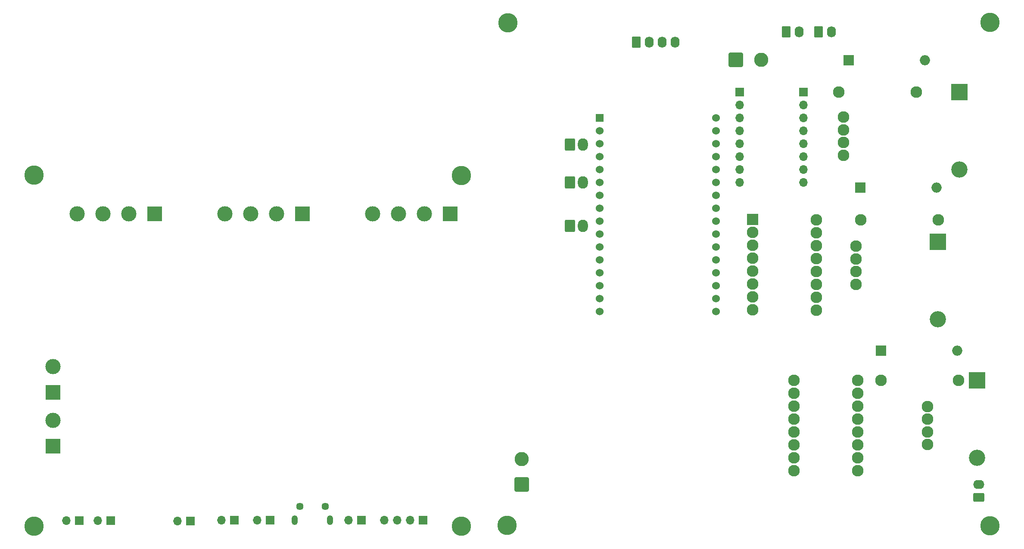
<source format=gbr>
%TF.GenerationSoftware,KiCad,Pcbnew,9.0.0*%
%TF.CreationDate,2025-05-09T16:36:09-07:00*%
%TF.ProjectId,Motor_Controller_Board_v1,4d6f746f-725f-4436-9f6e-74726f6c6c65,v1*%
%TF.SameCoordinates,Original*%
%TF.FileFunction,Soldermask,Bot*%
%TF.FilePolarity,Negative*%
%FSLAX46Y46*%
G04 Gerber Fmt 4.6, Leading zero omitted, Abs format (unit mm)*
G04 Created by KiCad (PCBNEW 9.0.0) date 2025-05-09 16:36:09*
%MOMM*%
%LPD*%
G01*
G04 APERTURE LIST*
G04 Aperture macros list*
%AMRoundRect*
0 Rectangle with rounded corners*
0 $1 Rounding radius*
0 $2 $3 $4 $5 $6 $7 $8 $9 X,Y pos of 4 corners*
0 Add a 4 corners polygon primitive as box body*
4,1,4,$2,$3,$4,$5,$6,$7,$8,$9,$2,$3,0*
0 Add four circle primitives for the rounded corners*
1,1,$1+$1,$2,$3*
1,1,$1+$1,$4,$5*
1,1,$1+$1,$6,$7*
1,1,$1+$1,$8,$9*
0 Add four rect primitives between the rounded corners*
20,1,$1+$1,$2,$3,$4,$5,0*
20,1,$1+$1,$4,$5,$6,$7,0*
20,1,$1+$1,$6,$7,$8,$9,0*
20,1,$1+$1,$8,$9,$2,$3,0*%
G04 Aperture macros list end*
%ADD10R,3.000000X3.000000*%
%ADD11C,3.000000*%
%ADD12R,1.700000X1.700000*%
%ADD13O,1.700000X1.700000*%
%ADD14C,3.800000*%
%ADD15O,1.200000X1.900000*%
%ADD16C,1.450000*%
%ADD17O,2.286000X2.286000*%
%ADD18RoundRect,0.250000X0.845000X-0.620000X0.845000X0.620000X-0.845000X0.620000X-0.845000X-0.620000X0*%
%ADD19O,2.190000X1.740000*%
%ADD20RoundRect,0.250001X-1.149999X-1.149999X1.149999X-1.149999X1.149999X1.149999X-1.149999X1.149999X0*%
%ADD21C,2.800000*%
%ADD22RoundRect,0.250000X-0.620000X-0.845000X0.620000X-0.845000X0.620000X0.845000X-0.620000X0.845000X0*%
%ADD23O,1.740000X2.190000*%
%ADD24R,2.286000X2.286000*%
%ADD25RoundRect,0.250001X1.149999X-1.149999X1.149999X1.149999X-1.149999X1.149999X-1.149999X-1.149999X0*%
%ADD26R,3.200000X3.200000*%
%ADD27O,3.200000X3.200000*%
%ADD28R,2.000000X2.000000*%
%ADD29O,2.000000X2.000000*%
%ADD30RoundRect,0.286494X-0.710506X-0.935506X0.710506X-0.935506X0.710506X0.935506X-0.710506X0.935506X0*%
%ADD31O,1.994000X2.444000*%
%ADD32R,1.524000X1.524000*%
%ADD33C,1.524000*%
G04 APERTURE END LIST*
D10*
%TO.C,J401*%
X130230000Y-79500000D03*
D11*
X125150000Y-79500000D03*
X120070000Y-79500000D03*
X114990000Y-79500000D03*
%TD*%
D12*
%TO.C,J301*%
X124900000Y-139775000D03*
D13*
X122360000Y-139775000D03*
X119820000Y-139775000D03*
X117280000Y-139775000D03*
%TD*%
D14*
%TO.C,H201*%
X132480000Y-72000000D03*
%TD*%
%TO.C,H204*%
X48480000Y-71920000D03*
%TD*%
%TO.C,H203*%
X48480000Y-141000000D03*
%TD*%
D10*
%TO.C,J403*%
X101230000Y-79500000D03*
D11*
X96150000Y-79500000D03*
X91070000Y-79500000D03*
X85990000Y-79500000D03*
%TD*%
D12*
%TO.C,J304*%
X94860000Y-139775000D03*
D13*
X92320000Y-139775000D03*
%TD*%
D12*
%TO.C,J206*%
X63580000Y-139900000D03*
D13*
X61040000Y-139900000D03*
%TD*%
D12*
%TO.C,J305*%
X87860000Y-139775000D03*
D13*
X85320000Y-139775000D03*
%TD*%
D12*
%TO.C,J303*%
X112820000Y-139775000D03*
D13*
X110280000Y-139775000D03*
%TD*%
D12*
%TO.C,J207*%
X57355000Y-139900000D03*
D13*
X54815000Y-139900000D03*
%TD*%
D10*
%TO.C,J203*%
X52180000Y-114640000D03*
D11*
X52180000Y-109560000D03*
%TD*%
D15*
%TO.C,J302*%
X99680000Y-139775000D03*
D16*
X100680000Y-137075000D03*
X105680000Y-137075000D03*
D15*
X106680000Y-139775000D03*
%TD*%
D10*
%TO.C,J402*%
X72220000Y-79500000D03*
D11*
X67140000Y-79500000D03*
X62060000Y-79500000D03*
X56980000Y-79500000D03*
%TD*%
D14*
%TO.C,H202*%
X132480000Y-141000000D03*
%TD*%
D10*
%TO.C,J201*%
X52180000Y-125200000D03*
D11*
X52180000Y-120120000D03*
%TD*%
D12*
%TO.C,J202*%
X79180000Y-139950000D03*
D13*
X76640000Y-139950000D03*
%TD*%
D17*
%TO.C,J26*%
X209979351Y-85889228D03*
X209979351Y-88389228D03*
X209979351Y-90889228D03*
X209979351Y-93389228D03*
%TD*%
D18*
%TO.C,J4*%
X234139351Y-135309228D03*
D19*
X234139351Y-132769228D03*
%TD*%
D20*
%TO.C,J6*%
X186393351Y-49229228D03*
D21*
X191393351Y-49229228D03*
%TD*%
D22*
%TO.C,J2*%
X166799351Y-45757228D03*
D23*
X169339351Y-45757228D03*
X171879351Y-45757228D03*
X174419351Y-45757228D03*
%TD*%
D17*
%TO.C,U1*%
X202249351Y-90839228D03*
X202249351Y-93379228D03*
X202249351Y-88299228D03*
X202249351Y-85759228D03*
X189699351Y-83199228D03*
X189699351Y-85739228D03*
X189699351Y-88279228D03*
X189699351Y-98439228D03*
D24*
X189699351Y-80659228D03*
D17*
X202249351Y-98459228D03*
X202249351Y-83219228D03*
X189699351Y-90819228D03*
X189699351Y-93359228D03*
X189699351Y-95899228D03*
X202249351Y-95919228D03*
X202249351Y-80679228D03*
%TD*%
D25*
%TO.C,J1*%
X144284351Y-132801728D03*
D21*
X144284351Y-127801728D03*
%TD*%
D26*
%TO.C,D3*%
X230339351Y-55519228D03*
D27*
X230339351Y-70759228D03*
%TD*%
D28*
%TO.C,C4*%
X214922601Y-106409228D03*
D29*
X229922601Y-106409228D03*
%TD*%
D28*
%TO.C,C3*%
X210857351Y-74349228D03*
D29*
X225857351Y-74349228D03*
%TD*%
D30*
%TO.C,J15*%
X153789351Y-73369228D03*
D31*
X156329351Y-73369228D03*
%TD*%
D17*
%TO.C,U3*%
X210337351Y-122485228D03*
X210337351Y-125025228D03*
X210337351Y-119945228D03*
X210337351Y-117405228D03*
X197787351Y-114845228D03*
X197787351Y-117385228D03*
X197787351Y-119925228D03*
X197787351Y-130085228D03*
X197787351Y-112305228D03*
X210337351Y-130105228D03*
X210337351Y-114865228D03*
X197787351Y-122465228D03*
X197787351Y-125005228D03*
X197787351Y-127545228D03*
X210337351Y-127565228D03*
X210337351Y-112325228D03*
%TD*%
D30*
%TO.C,J14*%
X153789351Y-65869228D03*
D31*
X156329351Y-65869228D03*
%TD*%
D14*
%TO.C,REF\u002A\u002A*%
X236339351Y-140879228D03*
%TD*%
%TO.C,REF\u002A\u002A*%
X236339351Y-41879228D03*
%TD*%
D26*
%TO.C,D1*%
X233823601Y-112305228D03*
D27*
X233823601Y-127545228D03*
%TD*%
D28*
%TO.C,C2*%
X208575351Y-49313228D03*
D29*
X223575351Y-49313228D03*
%TD*%
D14*
%TO.C,REF\u002A\u002A*%
X141439351Y-140789228D03*
%TD*%
D22*
%TO.C,J7*%
X202613351Y-43725228D03*
D23*
X205153351Y-43725228D03*
%TD*%
D17*
%TO.C,J10*%
X224097351Y-117422728D03*
X224097351Y-119922728D03*
X224097351Y-122422728D03*
X224097351Y-124922728D03*
%TD*%
D14*
%TO.C,REF\u002A\u002A*%
X141649351Y-41889228D03*
%TD*%
D17*
%TO.C,R8*%
X214898601Y-112305228D03*
X230138601Y-112305228D03*
%TD*%
D32*
%TO.C,U2*%
X159619351Y-60669228D03*
D33*
X159619351Y-63209228D03*
X159619351Y-65749228D03*
X159619351Y-68289228D03*
X159619351Y-70829228D03*
X159619351Y-73369228D03*
X159619351Y-75909228D03*
X159619351Y-78449228D03*
X159619351Y-80989228D03*
X159619351Y-83529228D03*
X159619351Y-86069228D03*
X159619351Y-88609228D03*
X159619351Y-91149228D03*
X159619351Y-93689228D03*
X159619351Y-96229228D03*
X159619351Y-98769228D03*
X182479351Y-60669228D03*
X182479351Y-63209228D03*
X182479351Y-65749228D03*
X182479351Y-68289228D03*
X182479351Y-70829228D03*
X182479351Y-73369228D03*
X182479351Y-75909228D03*
X182479351Y-78449228D03*
X182479351Y-80989228D03*
X182479351Y-83529228D03*
X182479351Y-86069228D03*
X182479351Y-88609228D03*
X182479351Y-91149228D03*
X182479351Y-93689228D03*
X182479351Y-96229228D03*
X182479351Y-98769228D03*
%TD*%
D26*
%TO.C,D2*%
X226149351Y-85019228D03*
D27*
X226149351Y-100259228D03*
%TD*%
D17*
%TO.C,J5*%
X207529351Y-60494228D03*
X207529351Y-62994228D03*
X207529351Y-65494228D03*
X207529351Y-67994228D03*
%TD*%
D22*
%TO.C,J8*%
X196263351Y-43725228D03*
D23*
X198803351Y-43725228D03*
%TD*%
D17*
%TO.C,R10*%
X206634351Y-55544228D03*
X221874351Y-55544228D03*
%TD*%
%TO.C,R9*%
X210939351Y-80669228D03*
X226179351Y-80669228D03*
%TD*%
D30*
%TO.C,J21*%
X153789351Y-81869228D03*
D31*
X156329351Y-81869228D03*
%TD*%
D13*
%TO.C,U5*%
X199689351Y-65759228D03*
X199689351Y-68299228D03*
X199689351Y-63219228D03*
X199689351Y-60679228D03*
X187139351Y-58119228D03*
X187139351Y-60659228D03*
X187139351Y-63199228D03*
X187139351Y-73359228D03*
D12*
X187139351Y-55579228D03*
D13*
X199689351Y-73379228D03*
X199689351Y-58139228D03*
X187139351Y-65739228D03*
X187139351Y-68279228D03*
X187139351Y-70819228D03*
X199689351Y-70839228D03*
D12*
X199689351Y-55599228D03*
%TD*%
M02*

</source>
